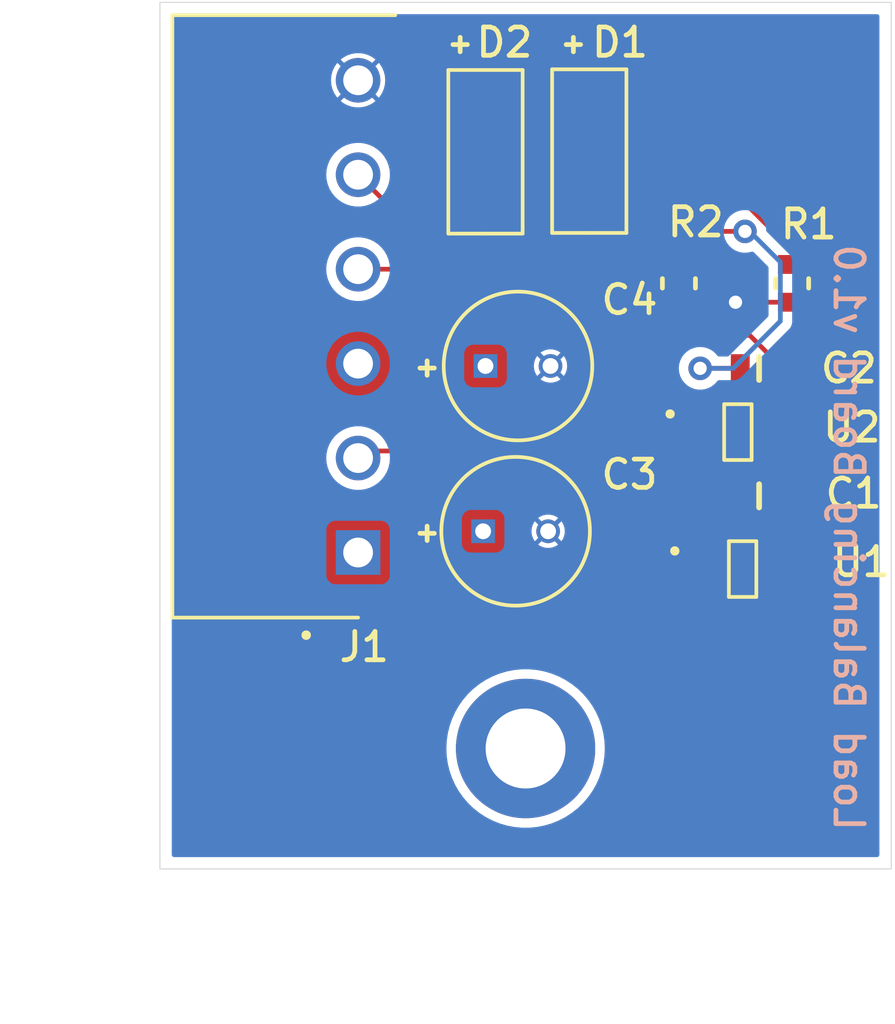
<source format=kicad_pcb>
(kicad_pcb (version 20221018) (generator pcbnew)
  (layers (0 "F.Cu" signal) (31 "B.Cu" signal) (34 "B.Paste" user) (35 "F.Paste" user) (36 "B.SilkS" user "B.Silkscreen") (37 "F.SilkS" user "F.Silkscreen") (38 "B.Mask" user) (39 "F.Mask" user) (44 "Edge.Cuts" user))
  (net 0 "")
  (net 1 "/V_BAT_OUT")
  (net 2 "Net-(D1-2)")
  (net 3 "Net-(D2-2)")
  (net 4 "/V_BAT_IN_1")
  (net 5 "/V_BAT_IN_2")
  (net 6 "GND")
  (net 7 "/GATE_1")
  (net 8 "/GATE_2")
  (footprint "AltiumImport:Zenor Diode - duplicate" (layer "F.Cu") (at 146.3421 89.7371 90)
    (fp_text reference "D2" (at 4.99025 -0.63459 unlocked) (layer "F.SilkS") (effects (font (size 1.524 1.524) (thickness 0.254)) (justify left bottom)))
    (fp_text value "26.7 V" hide)
    (fp_line (start -4.4 -2) (end -4.4 0) (stroke (width 0.2)) (layer "F.SilkS"))
    (fp_line (start -4.4 -2) (end 4.4 -2) (stroke (width 0.2)) (layer "F.SilkS"))
    (fp_line (start -4.4 0) (end -4.4 2) (stroke (width 0.2)) (layer "F.SilkS"))
    (fp_line (start -4.4 2) (end 4.4 2) (stroke (width 0.2)) (layer "F.SilkS"))
    (fp_line (start 4.4 -2) (end 4.4 2) (stroke (width 0.2)) (layer "F.SilkS"))
    (pad "A" smd rect (at -2.45 0 90) (size 2.16 2.26) (layers "F.Cu" "F.Paste" "F.Mask") (net 5 "/V_BAT_IN_2"))
    (pad "K" smd rect (at 2.45 0 90) (size 2.16 2.26) (layers "F.Cu" "F.Paste" "F.Mask") (net 3 "Net-(D2-2)"))
  )
  (footprint "AltiumImport:CAPPRD350W65D800H2200" (layer "F.Cu") (at 146.2151 110.1471)
    (fp_text reference "C3" (at 6.22341 -2.15925 unlocked) (layer "F.SilkS") (effects (font (size 1.524 1.524) (thickness 0.254)) (justify left bottom)))
    (fp_text value "330 uF" hide)
    (fp_circle (center 1.75 0) (end 1.75 -4) (stroke (width 0.2)) (fill none) (layer "F.SilkS"))
    (pad "1" thru_hole rect (at 0 0) (size 1.275 1.275) (drill 0.85) (layers "*.Cu" "*.Mask") (net 4 "/V_BAT_IN_1"))
    (pad "2" thru_hole circle (at 3.5 0) (size 1.275 1.275) (drill 0.85) (layers "*.Cu" "*.Mask") (net 6 "GND"))
  )
  (footprint "AltiumImport:SMD-0805C" (layer "F.Cu") (at 161.0741 108.2421 -90)
    (fp_text reference "C1" (at 0.76175 -3.42933 unlocked) (layer "F.SilkS") (effects (font (size 1.524 1.524) (thickness 0.254)) (justify left bottom)))
    (fp_text value "1500pF" hide)
    (fp_line (start 0.62496 -0.00024) (end -0.62496 -0.00024) (stroke (width 0.3048)) (layer "F.SilkS"))
    (pad "1" smd rect (at 0 -1.016 180) (size 1.016 1.524) (layers "F.Cu" "F.Paste" "F.Mask") (net 1 "/V_BAT_OUT"))
    (pad "2" smd rect (at 0 1.016 180) (size 1.016 1.524) (layers "F.Cu" "F.Paste" "F.Mask") (net 2 "Net-(D1-2)"))
  )
  (footprint "AltiumImport:Zenor Diode - duplicate" (layer "F.Cu") (at 151.9301 89.7001 90)
    (fp_text reference "D1" (at 4.95325 0.00033 unlocked) (layer "F.SilkS") (effects (font (size 1.524 1.524) (thickness 0.254)) (justify left bottom)))
    (fp_text value "26.7 V" hide)
    (fp_line (start -4.4 -2) (end -4.4 0) (stroke (width 0.2)) (layer "F.SilkS"))
    (fp_line (start -4.4 -2) (end 4.4 -2) (stroke (width 0.2)) (layer "F.SilkS"))
    (fp_line (start -4.4 0) (end -4.4 2) (stroke (width 0.2)) (layer "F.SilkS"))
    (fp_line (start -4.4 2) (end 4.4 2) (stroke (width 0.2)) (layer "F.SilkS"))
    (fp_line (start 4.4 -2) (end 4.4 2) (stroke (width 0.2)) (layer "F.SilkS"))
    (pad "A" smd rect (at -2.45 0 90) (size 2.16 2.26) (layers "F.Cu" "F.Paste" "F.Mask") (net 4 "/V_BAT_IN_1"))
    (pad "K" smd rect (at 2.45 0 90) (size 2.16 2.26) (layers "F.Cu" "F.Paste" "F.Mask") (net 2 "Net-(D1-2)"))
  )
  (footprint "AltiumImport:SMD-0805C" (layer "F.Cu") (at 161.0741 101.3841 -90)
    (fp_text reference "C2" (at 0.88875 -3.17541 unlocked) (layer "F.SilkS") (effects (font (size 1.524 1.524) (thickness 0.254)) (justify left bottom)))
    (fp_text value "1500pF" hide)
    (fp_line (start 0.62496 -0.00024) (end -0.62496 -0.00024) (stroke (width 0.3048)) (layer "F.SilkS"))
    (pad "1" smd rect (at 0 -1.016 180) (size 1.016 1.524) (layers "F.Cu" "F.Paste" "F.Mask") (net 1 "/V_BAT_OUT"))
    (pad "2" smd rect (at 0 1.016 180) (size 1.016 1.524) (layers "F.Cu" "F.Paste" "F.Mask") (net 3 "Net-(D2-2)"))
  )
  (footprint "AltiumImport:SHDRRA6W100P0X508_1X6_3240X1200X860P" (layer "F.Cu") (at 139.4841 111.2901 90)
    (fp_text reference "J1" (at -5.96875 -1.14267 unlocked) (layer "F.SilkS") (effects (font (size 1.524 1.524) (thickness 0.254)) (justify left bottom)))
    (fp_text value "1757284" hide)
    (fp_line (start -3.5 -10) (end -3.5 0) (stroke (width 0.2)) (layer "F.SilkS"))
    (fp_line (start -3.5 -10) (end 28.9 -10) (stroke (width 0.2)) (layer "F.SilkS"))
    (fp_line (start 28.9 -10) (end 28.9 2) (stroke (width 0.2)) (layer "F.SilkS"))
    (pad "1" thru_hole rect (at 0 0 90) (size 2.4 2.4) (drill 1.6) (layers "*.Cu" "*.Mask") (net 4 "/V_BAT_IN_1"))
    (pad "2" thru_hole circle (at 5.08 0 90) (size 2.4 2.4) (drill 1.6) (layers "*.Cu" "*.Mask") (net 7 "/GATE_1"))
    (pad "3" thru_hole circle (at 10.16 0 90) (size 2.4 2.4) (drill 1.6) (layers "*.Cu" "*.Mask") (net 5 "/V_BAT_IN_2"))
    (pad "4" thru_hole circle (at 15.24 0 90) (size 2.4 2.4) (drill 1.6) (layers "*.Cu" "*.Mask") (net 8 "/GATE_2"))
    (pad "5" thru_hole circle (at 20.32 0 90) (size 2.4 2.4) (drill 1.6) (layers "*.Cu" "*.Mask") (net 1 "/V_BAT_OUT"))
    (pad "6" thru_hole circle (at 25.4 0 90) (size 2.4 2.4) (drill 1.6) (layers "*.Cu" "*.Mask") (net 6 "GND"))
  )
  (footprint "AltiumImport:FP-MS8-8-05-08-1660-IPC_A" (layer "F.Cu") (at 159.9311 104.8131)
    (fp_text reference "U2" (at 4.44541 0.63475 unlocked) (layer "F.SilkS") (effects (font (size 1.524 1.524) (thickness 0.254)) (justify left bottom)))
    (fp_text value "LTC4359HMS8#PBF" hide)
    (fp_line (start -0.73963 -1.5) (end 0.73964 -1.5) (stroke (width 0.2)) (layer "F.SilkS"))
    (fp_line (start -0.73963 1.5) (end -0.73963 -1.5) (stroke (width 0.2)) (layer "F.SilkS"))
    (fp_line (start -0.73963 1.5) (end 0.73964 1.5) (stroke (width 0.2)) (layer "F.SilkS"))
    (fp_line (start 0.73964 1.5) (end 0.73964 -1.5) (stroke (width 0.2)) (layer "F.SilkS"))
    (fp_circle (center -3.65 -0.975) (end -3.65 -1.1) (stroke (width 0.25)) (fill none) (layer "F.SilkS"))
    (pad "1" smd rect (at -2.15985 -0.975) (size 1.84042 0.49493) (layers "F.Cu" "F.Paste" "F.Mask") (net 8 "/GATE_2"))
    (pad "2" smd roundrect (at -2.15985 -0.325) (size 1.84042 0.49493) (layers "F.Cu" "F.Paste" "F.Mask") (roundrect_rratio 0.5) (net 5 "/V_BAT_IN_2"))
    (pad "3" smd roundrect (at -2.15985 0.325) (size 1.84042 0.49493) (layers "F.Cu" "F.Paste" "F.Mask") (roundrect_rratio 0.5))
    (pad "4" smd roundrect (at -2.15985 0.975) (size 1.84042 0.49493) (layers "F.Cu" "F.Paste" "F.Mask") (roundrect_rratio 0.5) (net 5 "/V_BAT_IN_2"))
    (pad "5" smd roundrect (at 2.15985 0.975) (size 1.84042 0.49493) (layers "F.Cu" "F.Paste" "F.Mask") (roundrect_rratio 0.5) (net 5 "/V_BAT_IN_2"))
    (pad "6" smd roundrect (at 2.15985 0.325) (size 1.84042 0.49493) (layers "F.Cu" "F.Paste" "F.Mask") (roundrect_rratio 0.5) (net 3 "Net-(D2-2)"))
    (pad "7" smd roundrect (at 2.15985 -0.325) (size 1.84042 0.49493) (layers "F.Cu" "F.Paste" "F.Mask") (roundrect_rratio 0.5))
    (pad "8" smd roundrect (at 2.15985 -0.975) (size 1.84042 0.49493) (layers "F.Cu" "F.Paste" "F.Mask") (roundrect_rratio 0.5) (net 1 "/V_BAT_OUT"))
  )
  (footprint "AltiumImport:MountingHole_4.3mm_M4_DIN965_Pad" (layer "F.Cu") (at 148.5011 121.8311)
    (fp_text reference "REF**" hide)
    (fp_text value "MountingHole_4.3mm_M4_DIN965_Pad" hide)
    (pad "1" thru_hole circle (at 0 0) (size 7.5 7.5) (drill 4.3) (layers "*.Cu" "*.Mask"))
  )
  (footprint "AltiumImport:SMD-0805-RES" (layer "F.Cu") (at 156.7561 96.8121)
    (fp_text reference "R2" (at -0.7493 -2.4003 unlocked) (layer "F.SilkS") (effects (font (size 1.524 1.524) (thickness 0.254)) (justify left bottom)))
    (fp_text value "1k" hide)
    (fp_line (start -0.889 0.254) (end -0.889 -0.254) (stroke (width 0.254)) (layer "F.SilkS"))
    (fp_line (start 0.889 0.254) (end 0.889 -0.254) (stroke (width 0.254)) (layer "F.SilkS"))
    (pad "1" smd rect (at 0 -1.016 270) (size 1.016 1.524) (layers "F.Cu" "F.Paste" "F.Mask") (net 3 "Net-(D2-2)"))
    (pad "2" smd rect (at 0 1.016 270) (size 1.016 1.524) (layers "F.Cu" "F.Paste" "F.Mask") (net 6 "GND"))
  )
  (footprint "AltiumImport:FP-MS8-8-05-08-1660-IPC_A" (layer "F.Cu") (at 160.1851 112.1791)
    (fp_text reference "U1" (at 4.69933 0.50775 unlocked) (layer "F.SilkS") (effects (font (size 1.524 1.524) (thickness 0.254)) (justify left bottom)))
    (fp_text value "LTC4359HMS8#PBF" hide)
    (fp_line (start -0.73963 -1.5) (end 0.73964 -1.5) (stroke (width 0.2)) (layer "F.SilkS"))
    (fp_line (start -0.73963 1.5) (end -0.73963 -1.5) (stroke (width 0.2)) (layer "F.SilkS"))
    (fp_line (start -0.73963 1.5) (end 0.73964 1.5) (stroke (width 0.2)) (layer "F.SilkS"))
    (fp_line (start 0.73964 1.5) (end 0.73964 -1.5) (stroke (width 0.2)) (layer "F.SilkS"))
    (fp_circle (center -3.65 -0.975) (end -3.65 -1.1) (stroke (width 0.25)) (fill none) (layer "F.SilkS"))
    (pad "1" smd rect (at -2.15985 -0.975) (size 1.84042 0.49493) (layers "F.Cu" "F.Paste" "F.Mask") (net 7 "/GATE_1"))
    (pad "2" smd roundrect (at -2.15985 -0.325) (size 1.84042 0.49493) (layers "F.Cu" "F.Paste" "F.Mask") (roundrect_rratio 0.5) (net 4 "/V_BAT_IN_1"))
    (pad "3" smd roundrect (at -2.15985 0.325) (size 1.84042 0.49493) (layers "F.Cu" "F.Paste" "F.Mask") (roundrect_rratio 0.5))
    (pad "4" smd roundrect (at -2.15985 0.975) (size 1.84042 0.49493) (layers "F.Cu" "F.Paste" "F.Mask") (roundrect_rratio 0.5) (net 4 "/V_BAT_IN_1"))
    (pad "5" smd roundrect (at 2.15985 0.975) (size 1.84042 0.49493) (layers "F.Cu" "F.Paste" "F.Mask") (roundrect_rratio 0.5) (net 4 "/V_BAT_IN_1"))
    (pad "6" smd roundrect (at 2.15985 0.325) (size 1.84042 0.49493) (layers "F.Cu" "F.Paste" "F.Mask") (roundrect_rratio 0.5) (net 2 "Net-(D1-2)"))
    (pad "7" smd roundrect (at 2.15985 -0.325) (size 1.84042 0.49493) (layers "F.Cu" "F.Paste" "F.Mask") (roundrect_rratio 0.5))
    (pad "8" smd roundrect (at 2.15985 -0.975) (size 1.84042 0.49493) (layers "F.Cu" "F.Paste" "F.Mask") (roundrect_rratio 0.5) (net 1 "/V_BAT_OUT"))
  )
  (footprint "AltiumImport:SMD-0805-RES" (layer "F.Cu") (at 162.8521 96.8121)
    (fp_text reference "R1" (at -0.76167 -2.28625 unlocked) (layer "F.SilkS") (effects (font (size 1.524 1.524) (thickness 0.254)) (justify left bottom)))
    (fp_text value "1k" hide)
    (fp_line (start -0.889 0.254) (end -0.889 -0.254) (stroke (width 0.254)) (layer "F.SilkS"))
    (fp_line (start 0.889 0.254) (end 0.889 -0.254) (stroke (width 0.254)) (layer "F.SilkS"))
    (pad "1" smd rect (at 0 -1.016 270) (size 1.016 1.524) (layers "F.Cu" "F.Paste" "F.Mask") (net 2 "Net-(D1-2)"))
    (pad "2" smd rect (at 0 1.016 270) (size 1.016 1.524) (layers "F.Cu" "F.Paste" "F.Mask") (net 6 "GND"))
  )
  (footprint "AltiumImport:CAPPRD350W65D800H2200" (layer "F.Cu") (at 146.3421 101.2571)
    (fp_text reference "C4" (at 6.09641 -2.66725 unlocked) (layer "F.SilkS") (effects (font (size 1.524 1.524) (thickness 0.254)) (justify left bottom)))
    (fp_text value "330 uF" hide)
    (fp_circle (center 1.75 0) (end 1.75 -4) (stroke (width 0.2)) (fill none) (layer "F.SilkS"))
    (pad "1" thru_hole rect (at 0 0) (size 1.275 1.275) (drill 0.85) (layers "*.Cu" "*.Mask") (net 5 "/V_BAT_IN_2"))
    (pad "2" thru_hole circle (at 3.5 0) (size 1.275 1.275) (drill 0.85) (layers "*.Cu" "*.Mask") (net 6 "GND"))
  )
  (gr_circle (center 136.6901 115.7351) (end 136.6901 115.6081) (stroke (width 0.254)) (fill none) (layer "F.SilkS"))
  (gr_line (start 168.1861 128.3081) (end 128.8161 128.3081) (stroke (width 0.05)) (layer "Edge.Cuts"))
  (gr_line (start 128.8161 81.6991) (end 168.1861 81.6991) (stroke (width 0.05)) (layer "Edge.Cuts"))
  (gr_line (start 168.1861 81.6991) (end 168.1861 128.3081) (stroke (width 0.05)) (layer "Edge.Cuts"))
  (gr_line (start 128.8161 128.3081) (end 128.8161 81.6991) (stroke (width 0.05)) (layer "Edge.Cuts"))
  (gr_text "Load Balancing Board v1.0" (at 165.0111 126.4031 270) (layer "B.SilkS") (effects (font (size 1.524 1.524) (thickness 0.254) bold) (justify left bottom mirror)))
  (gr_text "+" (at 142.4051 101.8921 360) (layer "F.SilkS") (effects (font (size 1.016 1.016) (thickness 0.254)) (justify left bottom)))
  (gr_text "+" (at 144.1831 84.4931 360) (layer "F.SilkS") (effects (font (size 1.016 1.016) (thickness 0.254)) (justify left bottom)))
  (gr_text "+" (at 142.4051 110.7821 360) (layer "F.SilkS") (effects (font (size 1.016 1.016) (thickness 0.254)) (justify left bottom)))
  (gr_text "+" (at 150.2791 84.4931 360) (layer "F.SilkS") (effects (font (size 1.016 1.016) (thickness 0.254)) (justify left bottom)))
  (segment (start 162.09095 107.0991) (end 162.61629 106.57376) (width 0.254) (layer "F.Cu") (net 1))
  (segment (start 162.11248 103.85963) (end 163.02401 103.85963) (width 0.254) (layer "F.Cu") (net 1))
  (segment (start 163.02401 103.85963) (end 163.39216 104.22778) (width 0.254) (layer "F.Cu") (net 1))
  (segment (start 143.37241 94.85841) (end 149.59541 94.85841) (width 0.254) (layer "F.Cu") (net 1))
  (segment (start 162.0901 111.09281) (end 162.0901 108.2421) (width 0.254) (layer "F.Cu") (net 1))
  (segment (start 162.20139 111.2041) (end 162.34495 111.2041) (width 0.254) (layer "F.Cu") (net 1))
  (segment (start 162.09095 103.8381) (end 162.09095 101.13095) (width 0.254) (layer "F.Cu") (net 1))
  (segment (start 162.0901 111.09281) (end 162.20139 111.2041) (width 0.254) (layer "F.Cu") (net 1))
  (segment (start 160.5661 99.6061) (end 162.09095 101.13095) (width 0.254) (layer "F.Cu") (net 1))
  (segment (start 162.86682 106.57376) (end 163.39216 106.04842) (width 0.254) (layer "F.Cu") (net 1))
  (segment (start 139.4841 90.9701) (end 143.37241 94.85841) (width 0.254) (layer "F.Cu") (net 1))
  (segment (start 149.59541 94.85841) (end 154.3431 99.6061) (width 0.254) (layer "F.Cu") (net 1))
  (segment (start 154.3431 99.6061) (end 160.5661 99.6061) (width 0.254) (layer "F.Cu") (net 1))
  (segment (start 162.09095 108.24125) (end 162.09095 107.0991) (width 0.254) (layer "F.Cu") (net 1))
  (segment (start 162.09095 103.8381) (end 162.11248 103.85963) (width 0.254) (layer "F.Cu") (net 1))
  (segment (start 162.0901 108.2421) (end 162.09095 108.24125) (width 0.254) (layer "F.Cu") (net 1))
  (segment (start 163.39216 106.04842) (end 163.39216 104.22778) (width 0.254) (layer "F.Cu") (net 1))
  (segment (start 162.61629 106.57376) (end 162.86682 106.57376) (width 0.254) (layer "F.Cu") (net 1))
  (segment (start 154.8111 90.0811) (end 157.8991 90.0811) (width 0.254) (layer "F.Cu") (net 2))
  (segment (start 151.9801 87.2501) (end 154.8111 90.0811) (width 0.254) (layer "F.Cu") (net 2))
  (segment (start 162.8521 95.7961) (end 162.8521 95.0341) (width 0.254) (layer "F.Cu") (net 2))
  (segment (start 164.28116 111.47942) (end 164.28116 96.97116) (width 0.254) (layer "F.Cu") (net 2))
  (segment (start 163.1061 95.7961) (end 164.28116 96.97116) (width 0.254) (layer "F.Cu") (net 2))
  (segment (start 162.8521 95.7961) (end 163.1061 95.7961) (width 0.254) (layer "F.Cu") (net 2))
  (segment (start 160.0581 109.2581) (end 160.0581 108.2421) (width 0.254) (layer "F.Cu") (net 2))
  (segment (start 162.32341 112.48256) (end 162.34495 112.5041) (width 0.254) (layer "F.Cu") (net 2))
  (segment (start 163.27801 112.48256) (end 164.28116 111.47942) (width 0.254) (layer "F.Cu") (net 2))
  (segment (start 160.0581 111.12878) (end 160.0581 109.2581) (width 0.254) (layer "F.Cu") (net 2))
  (segment (start 161.41188 112.48256) (end 162.32341 112.48256) (width 0.254) (layer "F.Cu") (net 2))
  (segment (start 160.0581 111.12878) (end 161.41188 112.48256) (width 0.254) (layer "F.Cu") (net 2))
  (segment (start 151.9301 87.2501) (end 151.9801 87.2501) (width 0.254) (layer "F.Cu") (net 2))
  (segment (start 157.8991 90.0811) (end 162.8521 95.0341) (width 0.254) (layer "F.Cu") (net 2))
  (segment (start 160.0581 104.01678) (end 161.15788 105.11656) (width 0.254) (layer "F.Cu") (net 3))
  (segment (start 160.0581 104.01678) (end 160.0581 101.3841) (width 0.254) (layer "F.Cu") (net 3))
  (segment (start 147.3451 90.31392) (end 152.82728 95.7961) (width 0.254) (layer "F.Cu") (net 3))
  (segment (start 152.82728 95.7961) (end 156.7561 95.7961) (width 0.254) (layer "F.Cu") (net 3))
  (segment (start 162.06941 105.11656) (end 162.09095 105.1381) (width 0.254) (layer "F.Cu") (net 3))
  (segment (start 161.15788 105.11656) (end 162.06941 105.11656) (width 0.254) (layer "F.Cu") (net 3))
  (segment (start 146.3421 87.2871) (end 146.3921 87.2871) (width 0.254) (layer "F.Cu") (net 3))
  (segment (start 147.3451 90.31392) (end 147.3451 88.2401) (width 0.254) (layer "F.Cu") (net 3))
  (segment (start 156.8831 95.9231) (end 158.7881 94.0181) (width 0.254) (layer "F.Cu") (net 3))
  (segment (start 156.7561 95.7961) (end 156.8831 95.9231) (width 0.254) (layer "F.Cu") (net 3))
  (segment (start 157.8991 101.3841) (end 160.0581 101.3841) (width 0.254) (layer "F.Cu") (net 3))
  (segment (start 158.7881 94.0181) (end 160.3121 94.0181) (width 0.254) (layer "F.Cu") (net 3))
  (segment (start 146.3921 87.2871) (end 147.3451 88.2401) (width 0.254) (layer "F.Cu") (net 3))
  (via (at 160.3121 94.0181) (size 1.27) (drill 0.7112) (layers "F.Cu" "B.Cu") (net 3))
  (via (at 157.8991 101.3841) (size 1.27) (drill 0.7112) (layers "F.Cu" "B.Cu") (net 3))
  (segment (start 160.3121 94.0181) (end 160.5661 94.0181) (width 0.254) (layer "B.Cu") (net 3))
  (segment (start 162.2171 98.8441) (end 162.2171 95.6691) (width 0.254) (layer "B.Cu") (net 3))
  (segment (start 159.6771 101.3841) (end 162.2171 98.8441) (width 0.254) (layer "B.Cu") (net 3))
  (segment (start 160.5661 94.0181) (end 162.2171 95.6691) (width 0.254) (layer "B.Cu") (net 3))
  (segment (start 157.8991 101.3841) (end 159.6771 101.3841) (width 0.254) (layer "B.Cu") (net 3))
  (segment (start 157.09219 113.13256) (end 158.00372 113.13256) (width 0.254) (layer "F.Cu") (net 4))
  (segment (start 165.0111 111.46789) (end 165.0111 95.9736) (width 0.254) (layer "F.Cu") (net 4))
  (segment (start 151.8801 92.1501) (end 151.9301 92.1501) (width 0.254) (layer "F.Cu") (net 4))
  (segment (start 145.0721 111.2901) (end 146.2151 110.1471) (width 4.6736) (layer "F.Cu") (net 4))
  (segment (start 150.7871 85.0011) (end 154.0386 85.0011) (width 0.254) (layer "F.Cu") (net 4))
  (segment (start 162.34495 113.1541) (end 162.36648 113.13256) (width 0.254) (layer "F.Cu") (net 4))
  (segment (start 162.36648 113.13256) (end 163.34643 113.13256) (width 0.254) (layer "F.Cu") (net 4))
  (segment (start 156.72404 112.76442) (end 157.09219 113.13256) (width 0.254) (layer "F.Cu") (net 4))
  (segment (start 149.6441 86.1441) (end 150.7871 85.0011) (width 0.254) (layer "F.Cu") (net 4))
  (segment (start 156.72404 112.76442) (end 156.72404 112.24378) (width 0.254) (layer "F.Cu") (net 4))
  (segment (start 147.9221 111.8541) (end 157.09219 111.8541) (width 0.254) (layer "F.Cu") (net 4))
  (segment (start 158.02525 113.1541) (end 162.34495 113.1541) (width 0.254) (layer "F.Cu") (net 4))
  (segment (start 157.09219 111.87564) (end 158.00372 111.87564) (width 0.254) (layer "F.Cu") (net 4))
  (segment (start 139.4841 111.2901) (end 145.0721 111.2901) (width 4.6736) (layer "F.Cu") (net 4))
  (segment (start 149.6441 89.9141) (end 149.6441 86.1441) (width 0.254) (layer "F.Cu") (net 4))
  (segment (start 158.00372 113.13256) (end 158.02525 113.1541) (width 0.254) (layer "F.Cu") (net 4))
  (segment (start 163.34643 113.13256) (end 165.0111 111.46789) (width 0.254) (layer "F.Cu") (net 4))
  (segment (start 154.0386 85.0011) (end 165.0111 95.9736) (width 0.254) (layer "F.Cu") (net 4))
  (segment (start 146.2151 110.1471) (end 147.9221 111.8541) (width 0.254) (layer "F.Cu") (net 4))
  (segment (start 149.6441 89.9141) (end 151.8801 92.1501) (width 0.254) (layer "F.Cu") (net 4))
  (segment (start 157.09219 111.8541) (end 158.02525 111.8541) (width 0.254) (layer "F.Cu") (net 4))
  (segment (start 156.72404 112.24378) (end 157.09219 111.87564) (width 0.254) (layer "F.Cu") (net 4))
  (segment (start 158.00372 111.87564) (end 158.02525 111.8541) (width 0.254) (layer "F.Cu") (net 4))
  (segment (start 139.4841 101.1301) (end 146.2151 101.1301) (width 4.6736) (layer "F.Cu") (net 5))
  (segment (start 156.47004 104.87778) (end 156.83819 104.50964) (width 0.254) (layer "F.Cu") (net 5))
  (segment (start 149.5731 104.4881) (end 157.77125 104.4881) (width 0.254) (layer "F.Cu") (net 5))
  (segment (start 134.9121 96.5581) (end 134.9121 90.5891) (width 0.254) (layer "F.Cu") (net 5))
  (segment (start 146.2151 101.1301) (end 146.3421 101.2571) (width 0.254) (layer "F.Cu") (net 5))
  (segment (start 146.3421 101.2571) (end 149.5731 104.4881) (width 0.254) (layer "F.Cu") (net 5))
  (segment (start 134.9121 90.5891) (end 136.6901 88.8111) (width 0.254) (layer "F.Cu") (net 5))
  (segment (start 134.9121 96.5581) (end 139.4841 101.1301) (width 0.254) (layer "F.Cu") (net 5))
  (segment (start 142.9161 88.8111) (end 146.2921 92.1871) (width 0.254) (layer "F.Cu") (net 5))
  (segment (start 146.2921 92.1871) (end 146.3421 92.1871) (width 0.254) (layer "F.Cu") (net 5))
  (segment (start 156.47004 105.39842) (end 156.83819 105.76656) (width 0.254) (layer "F.Cu") (net 5))
  (segment (start 136.6901 88.8111) (end 142.9161 88.8111) (width 0.254) (layer "F.Cu") (net 5))
  (segment (start 156.47004 105.39842) (end 156.47004 104.87778) (width 0.254) (layer "F.Cu") (net 5))
  (segment (start 157.77125 105.7881) (end 162.09095 105.7881) (width 0.254) (layer "F.Cu") (net 5))
  (segment (start 159.8041 97.8281) (end 162.8521 97.8281) (width 0.254) (layer "F.Cu") (net 6))
  (segment (start 157.5181 97.9551) (end 159.6771 97.9551) (width 0.254) (layer "F.Cu") (net 6))
  (via (at 159.8041 97.8281) (size 1.27) (drill 0.7112) (layers "F.Cu" "B.Cu") (net 6))
  (segment (start 151.97751 105.8291) (end 157.35251 111.2041) (width 0.254) (layer "F.Cu") (net 7))
  (segment (start 139.8651 105.8291) (end 151.97751 105.8291) (width 0.254) (layer "F.Cu") (net 7))
  (segment (start 139.4841 106.2101) (end 139.8651 105.8291) (width 0.254) (layer "F.Cu") (net 7))
  (segment (start 157.35251 111.2041) (end 158.02525 111.2041) (width 0.254) (layer "F.Cu") (net 7))
  (segment (start 139.4841 96.0501) (end 149.31051 96.0501) (width 0.254) (layer "F.Cu") (net 8))
  (segment (start 149.31051 96.0501) (end 157.09851 103.8381) (width 0.254) (layer "F.Cu") (net 8))
  (segment (start 157.09851 103.8381) (end 157.77125 103.8381) (width 0.254) (layer "F.Cu") (net 8))
  (zone (net 6) (net_name "GND") (layer "B.Cu") (connect_pads (clearance 0.508)) (min_thickness 0.25) (fill yes (thermal_gap 0.254) (thermal_bridge_width 0.254))
    (polygon (pts (xy 129.4511 82.3341) (xy 167.5511 82.3341) (xy 167.5511 127.6731) (xy 129.4511 127.6731)))
  )
)
</source>
